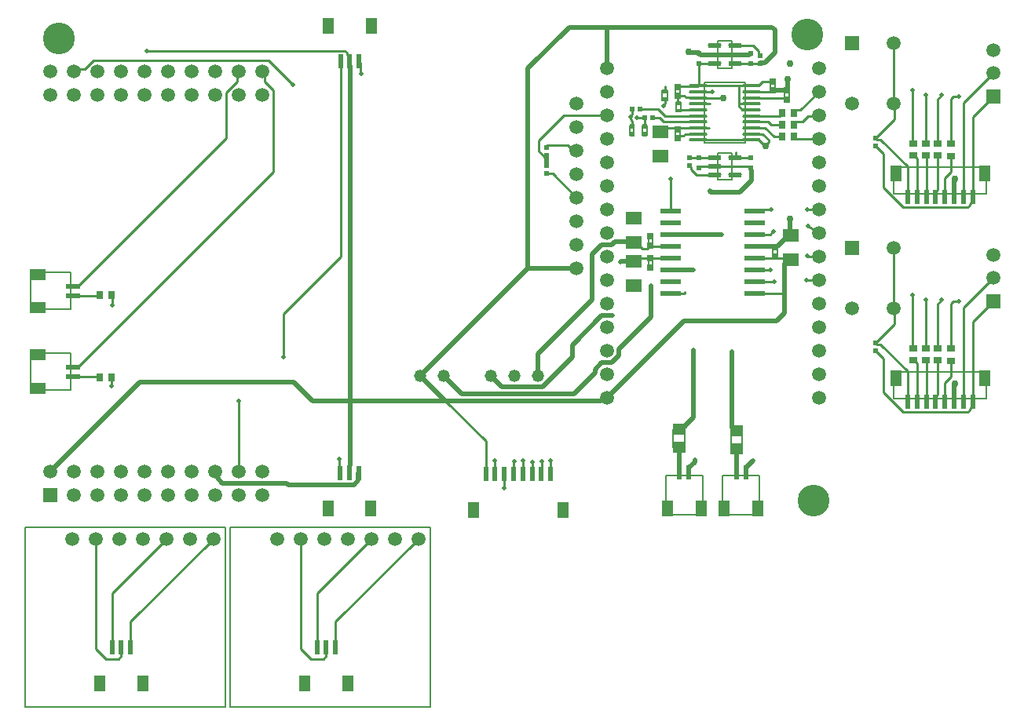
<source format=gtl>
G04*
G04 #@! TF.GenerationSoftware,Altium Limited,Altium Designer,24.2.2 (26)*
G04*
G04 Layer_Physical_Order=1*
G04 Layer_Color=255*
%FSLAX42Y42*%
%MOMM*%
G71*
G04*
G04 #@! TF.SameCoordinates,ABDA7C27-4DF7-4F6F-95E8-AD7B6B15C795*
G04*
G04*
G04 #@! TF.FilePolarity,Positive*
G04*
G01*
G75*
%ADD10R,1.20X1.80*%
%ADD11R,0.60X1.55*%
%ADD12C,0.25*%
%ADD13R,0.90X0.70*%
%ADD14R,0.55X0.60*%
%ADD15C,0.51*%
%ADD16R,1.80X1.20*%
%ADD17R,1.55X0.60*%
%ADD18R,0.70X0.90*%
%ADD19R,0.50X0.61*%
G04:AMPARAMS|DCode=20|XSize=1.96mm|YSize=0.42mm|CornerRadius=0.21mm|HoleSize=0mm|Usage=FLASHONLY|Rotation=0.000|XOffset=0mm|YOffset=0mm|HoleType=Round|Shape=RoundedRectangle|*
%AMROUNDEDRECTD20*
21,1,1.96,0.00,0,0,0.0*
21,1,1.53,0.42,0,0,0.0*
1,1,0.42,0.77,0.00*
1,1,0.42,-0.77,0.00*
1,1,0.42,-0.77,0.00*
1,1,0.42,0.77,0.00*
%
%ADD20ROUNDEDRECTD20*%
%ADD21R,1.96X0.42*%
G04:AMPARAMS|DCode=22|XSize=1.46mm|YSize=0.57mm|CornerRadius=0.28mm|HoleSize=0mm|Usage=FLASHONLY|Rotation=180.000|XOffset=0mm|YOffset=0mm|HoleType=Round|Shape=RoundedRectangle|*
%AMROUNDEDRECTD22*
21,1,1.46,0.00,0,0,180.0*
21,1,0.89,0.57,0,0,180.0*
1,1,0.57,-0.44,0.00*
1,1,0.57,0.44,0.00*
1,1,0.57,0.44,0.00*
1,1,0.57,-0.44,0.00*
%
%ADD22ROUNDEDRECTD22*%
%ADD23R,1.46X0.57*%
%ADD24R,0.60X0.55*%
%ADD25R,0.57X0.62*%
%ADD26R,0.67X0.72*%
%ADD27R,0.50X0.40*%
%ADD28R,1.80X1.40*%
%ADD29R,2.31X0.56*%
%ADD30R,1.46X1.26*%
%ADD31C,0.15*%
%ADD32C,0.20*%
%ADD33C,1.52*%
%ADD34C,1.50*%
%ADD35R,1.50X1.50*%
%ADD36C,0.51*%
%ADD37C,0.76*%
%ADD38C,3.43*%
%ADD39R,1.52X1.52*%
%ADD40C,1.52*%
%ADD41C,1.32*%
D10*
X1063Y1305D02*
D03*
X1523D02*
D03*
X3273D02*
D03*
X3733D02*
D03*
X9642Y4596D02*
D03*
X10602D02*
D03*
X9642Y6806D02*
D03*
X10602D02*
D03*
X6053Y3174D02*
D03*
X5093D02*
D03*
X3987Y8400D02*
D03*
X3527D02*
D03*
X3522Y3187D02*
D03*
X3982D02*
D03*
X8155Y3193D02*
D03*
X7795D02*
D03*
X7543Y3193D02*
D03*
X7183D02*
D03*
D11*
X1393Y1693D02*
D03*
X1293D02*
D03*
X1193D02*
D03*
X3603D02*
D03*
X3503D02*
D03*
X3403D02*
D03*
X10472Y4344D02*
D03*
X10372D02*
D03*
X10272D02*
D03*
X10172D02*
D03*
X10072D02*
D03*
X9972D02*
D03*
X9872D02*
D03*
X9772D02*
D03*
X10472Y6554D02*
D03*
X10372D02*
D03*
X10272D02*
D03*
X10172D02*
D03*
X10072D02*
D03*
X9972D02*
D03*
X9872D02*
D03*
X9772D02*
D03*
X5923Y3561D02*
D03*
X5823D02*
D03*
X5223D02*
D03*
X5323D02*
D03*
X5423D02*
D03*
X5523D02*
D03*
X5623D02*
D03*
X5723D02*
D03*
X3657Y8013D02*
D03*
X3757D02*
D03*
X3857D02*
D03*
X3852Y3575D02*
D03*
X3752D02*
D03*
X3652D02*
D03*
X8025Y3580D02*
D03*
X7925D02*
D03*
X7413Y3580D02*
D03*
X7313D02*
D03*
D12*
X1393Y1693D02*
Y1967D01*
X2288Y2863D01*
X1293Y1600D02*
Y1693D01*
X1260Y1567D02*
X1293Y1600D01*
X1128Y1567D02*
X1260D01*
X1018Y1677D02*
X1128Y1567D01*
X1018Y1677D02*
Y2863D01*
X1193Y1693D02*
Y2275D01*
X1780Y2863D01*
X3603Y1693D02*
Y1967D01*
X4498Y2863D01*
X3503Y1600D02*
Y1693D01*
X3470Y1567D02*
X3503Y1600D01*
X3338Y1567D02*
X3470D01*
X3228Y1677D02*
X3338Y1567D01*
X3228Y1677D02*
Y2863D01*
X3403Y1693D02*
Y2275D01*
X3990Y2863D01*
X9969Y4916D02*
Y5441D01*
X10135Y5436D02*
Y5443D01*
X10096Y4916D02*
Y5398D01*
X10135Y5436D01*
X9827Y4919D02*
X9830Y4916D01*
X9827Y4919D02*
Y5489D01*
X10320Y5423D02*
X10325Y5428D01*
X10236Y4915D02*
Y5397D01*
X10262Y5423D01*
X10320D01*
X9512Y4442D02*
X9726Y4228D01*
X9423Y4893D02*
X9512Y4804D01*
Y4442D02*
Y4804D01*
X10372Y4344D02*
Y5355D01*
X10693Y5677D01*
X10172Y4545D02*
X10236Y4609D01*
X10172Y4344D02*
Y4545D01*
X10236Y4609D02*
Y4785D01*
X10472Y4344D02*
Y5205D01*
Y4296D02*
Y4344D01*
Y5205D02*
X10693Y5427D01*
X10440Y4264D02*
X10472Y4296D01*
X10440Y4250D02*
Y4264D01*
X10418Y4228D02*
X10440Y4250D01*
X9726Y4228D02*
X10418D01*
X9438Y4962D02*
X9480D01*
X9772Y4670D01*
Y4344D02*
Y4670D01*
X10072Y4344D02*
Y4391D01*
X10096Y4416D02*
Y4786D01*
X10072Y4391D02*
X10096Y4416D01*
X9969Y4786D02*
X9972Y4784D01*
Y4344D02*
Y4784D01*
X9840Y4786D02*
X9872Y4754D01*
Y4344D02*
Y4754D01*
X9830Y4786D02*
X9840D01*
X9627Y5182D02*
Y5352D01*
X9623D02*
Y6002D01*
X9423Y4978D02*
X9627Y5182D01*
X9423Y4976D02*
Y4978D01*
Y4976D02*
X9438Y4962D01*
X9969Y7126D02*
Y7650D01*
X10135Y7646D02*
Y7653D01*
X10096Y7126D02*
Y7608D01*
X10135Y7646D01*
X9827Y7129D02*
X9830Y7126D01*
X9827Y7129D02*
Y7699D01*
X10320Y7633D02*
X10325Y7638D01*
X10236Y7125D02*
Y7607D01*
X10262Y7633D01*
X10320D01*
X9512Y6652D02*
X9726Y6438D01*
X9423Y7103D02*
X9512Y7014D01*
Y6652D02*
Y7014D01*
X10372Y6554D02*
Y7565D01*
X10693Y7887D01*
X10172Y6755D02*
X10236Y6819D01*
X10172Y6554D02*
Y6755D01*
X10236Y6819D02*
Y6995D01*
X10472Y6554D02*
Y7415D01*
Y6506D02*
Y6554D01*
Y7415D02*
X10693Y7637D01*
X10440Y6474D02*
X10472Y6506D01*
X10440Y6460D02*
Y6474D01*
X10418Y6438D02*
X10440Y6460D01*
X9726Y6438D02*
X10418D01*
X9438Y7171D02*
X9480D01*
X9772Y6880D01*
Y6554D02*
Y6880D01*
X10072Y6554D02*
Y6601D01*
X10096Y6626D02*
Y6996D01*
X10072Y6601D02*
X10096Y6626D01*
X9969Y6996D02*
X9972Y6994D01*
Y6554D02*
Y6994D01*
X9840Y6996D02*
X9872Y6964D01*
Y6554D02*
Y6964D01*
X9830Y6996D02*
X9840D01*
X9627Y7392D02*
Y7562D01*
X9623D02*
Y8212D01*
X9423Y7188D02*
X9627Y7392D01*
X9423Y7186D02*
Y7188D01*
Y7186D02*
X9438Y7171D01*
X8240Y7104D02*
Y7112D01*
X8272Y7145D02*
Y7166D01*
X8240Y7112D02*
X8272Y7145D01*
X8209Y7229D02*
X8272Y7166D01*
X8227Y7126D02*
X8240Y7113D01*
Y7104D02*
Y7113D01*
X8091Y7229D02*
X8209D01*
X8088Y7232D02*
X8091Y7229D01*
X8168Y7167D02*
X8218Y7117D01*
X7153Y7557D02*
Y7608D01*
X7140Y7544D02*
X7153Y7557D01*
X7140Y7537D02*
Y7544D01*
X7661Y7687D02*
X7661Y7686D01*
X7513Y7687D02*
X7661D01*
X7513Y7687D02*
X7513Y7687D01*
X7952Y7557D02*
Y7752D01*
Y7533D02*
Y7557D01*
X7953Y7557D01*
X8088D01*
X7952Y7533D02*
X7989Y7495D01*
X8085D02*
X8088Y7492D01*
X7989Y7495D02*
X8085D01*
X7952Y7752D02*
X8088D01*
X7515D02*
X7952D01*
X3874Y7898D02*
X3881Y7891D01*
Y7884D02*
Y7891D01*
X3874Y7898D02*
Y7995D01*
X8123Y6149D02*
X8294D01*
X8319Y6175D01*
X8326D01*
X8123Y5641D02*
X8124Y5640D01*
X8332D01*
X8334Y5639D01*
X8123Y5895D02*
X8489D01*
X8695Y6234D02*
X8814Y6162D01*
X8689Y6416D02*
X8814D01*
X8687Y6414D02*
X8689Y6416D01*
X8684Y5654D02*
X8814D01*
X8689Y5911D02*
X8811D01*
X8814Y5908D01*
X8687Y5913D02*
X8689Y5911D01*
X6856Y7407D02*
X6856Y7406D01*
X6937D02*
X6937Y7406D01*
X6885Y7498D02*
X7079D01*
X6856Y7406D02*
X6937D01*
X7079Y7498D02*
X7153Y7424D01*
X7341D01*
X6785Y7388D02*
X6798Y7374D01*
X6785Y7419D02*
X6792Y7412D01*
X6780Y7415D02*
X6785Y7410D01*
Y7388D02*
Y7410D01*
Y7419D02*
Y7427D01*
X6800Y7441D01*
X6798Y7318D02*
Y7374D01*
X6800Y7441D02*
Y7498D01*
X7364Y7643D02*
X7382Y7625D01*
X7292Y7643D02*
X7364D01*
X7382Y7625D02*
X7510D01*
X7513Y7622D01*
X7292Y7643D02*
X7296Y7639D01*
Y7566D02*
X7300Y7563D01*
X7296Y7566D02*
Y7639D01*
X8088Y7167D02*
X8168D01*
X7434Y6847D02*
X7493Y6788D01*
X7419Y6892D02*
X7434Y6877D01*
X7493Y6788D02*
X7688D01*
X7434Y6847D02*
Y6877D01*
X8133Y6414D02*
X8283D01*
X8123Y5514D02*
X8444D01*
X7777Y7622D02*
X7780Y7625D01*
X7513Y7622D02*
X7777D01*
X7643Y7557D02*
X7643Y7557D01*
X7513Y7557D02*
X7513Y7557D01*
X7639Y7557D02*
X7643D01*
X7513Y7557D02*
X7643D01*
X7914Y7993D02*
X8180D01*
X5792Y7052D02*
X5865Y6978D01*
X5792Y7159D02*
X6065Y7432D01*
X5792Y7052D02*
Y7159D01*
X5865Y6978D02*
X5875D01*
X8307Y7690D02*
X8318Y7701D01*
X7523Y6871D02*
X7536Y6883D01*
X7523Y6866D02*
Y6871D01*
X7536Y6883D02*
X7688D01*
X7292Y7187D02*
X7313Y7208D01*
X7292Y7186D02*
Y7187D01*
X7377Y7232D02*
X7513D01*
X7353Y7208D02*
X7377Y7232D01*
X7313Y7208D02*
X7353D01*
X5420Y3414D02*
Y3559D01*
X5418Y3411D02*
X5420Y3414D01*
Y3559D02*
X5423Y3561D01*
X3647Y3580D02*
Y3719D01*
Y3580D02*
X3652Y3575D01*
X3642Y3724D02*
X3647Y3719D01*
X3857Y8013D02*
X3874Y7995D01*
X2881Y8024D02*
X3142Y7762D01*
X992Y8024D02*
X2881D01*
X1570Y8128D02*
X1570Y8128D01*
X3702D01*
X3725Y8106D01*
Y8092D02*
Y8106D01*
Y8092D02*
X3757Y8060D01*
Y8013D02*
Y8060D01*
X2563Y3592D02*
Y4346D01*
X1186Y4508D02*
X1188Y4510D01*
Y4606D02*
X1189Y4608D01*
X1188Y4510D02*
Y4606D01*
X1194Y5392D02*
X1199Y5387D01*
X1189Y5489D02*
X1194Y5484D01*
Y5392D02*
Y5484D01*
X4788Y4348D02*
X5223Y3914D01*
Y3561D02*
Y3914D01*
X7150Y7297D02*
X7513D01*
X7000Y6022D02*
X7219D01*
X7000Y6028D02*
Y6030D01*
Y6022D02*
Y6028D01*
X6861Y5895D02*
X7219D01*
X5875Y7108D02*
X6111D01*
X7420Y6978D02*
X7523D01*
X7687D01*
X3043Y4826D02*
Y5291D01*
X3657Y5905D01*
Y8013D01*
X7913Y7992D02*
X7914Y7993D01*
X8180D02*
X8181Y7994D01*
X8489Y5895D02*
X8509Y5875D01*
X7104Y7251D02*
X7150Y7297D01*
X7513D02*
X7514Y7296D01*
X7634D01*
X7915Y7036D02*
X7917Y7033D01*
Y6981D02*
Y7033D01*
X7913Y6978D02*
X7917Y6981D01*
X7913Y6978D02*
X7913Y6978D01*
X8077D01*
X8077Y6977D01*
X6820Y6063D02*
X6840D01*
X6911Y5992D01*
X6962D01*
X6977Y6007D01*
X6979D01*
X7000Y6028D01*
X6820Y5855D02*
X6861Y5895D01*
X7513Y7167D02*
X8088D01*
X5943Y6803D02*
X6203Y6543D01*
X5875Y6803D02*
X5943D01*
X8088Y7687D02*
X8091Y7690D01*
X8307D01*
X8123Y5768D02*
X8128Y5763D01*
X8270D01*
X7366Y5514D02*
X7369Y5526D01*
X7219Y5514D02*
X7366D01*
X6797Y7317D02*
X6798Y7318D01*
X6934Y7317D02*
X6935Y7318D01*
Y7405D01*
X6937Y7406D01*
X7214Y6408D02*
Y6744D01*
Y6408D02*
X7219Y6403D01*
X8123D02*
X8133Y6414D01*
X6168Y7051D02*
X6203D01*
X6111Y7108D02*
X6168Y7051D01*
X785Y7910D02*
X806Y7931D01*
X899D01*
X992Y8024D01*
X5823Y3575D02*
X5824Y3576D01*
Y3695D01*
X5723Y3575D02*
X5723Y3575D01*
X5723Y3575D02*
Y3696D01*
X5623Y3575D02*
X5623Y3576D01*
Y3700D01*
X5523Y3575D02*
X5526Y3579D01*
Y3695D01*
X5923Y3575D02*
Y3701D01*
X7292Y7739D02*
X7300Y7746D01*
X7507D01*
X7513Y7752D01*
X7515D01*
X7523Y7760D01*
Y7993D01*
X8088Y7752D02*
X8165D01*
X8209Y7797D01*
X8318D01*
X7523Y7993D02*
X7524Y7993D01*
X7687D01*
X7688Y7992D01*
X8549Y7200D02*
Y7201D01*
Y7200D02*
X8571Y7178D01*
X8814D01*
X8549Y7328D02*
Y7338D01*
X8571Y7360D01*
X8639D01*
X8700Y7420D01*
X8802D01*
X8814Y7432D01*
X8549Y7455D02*
Y7465D01*
X8571Y7487D01*
X8615D01*
X8814Y7686D01*
X776Y4716D02*
X824D01*
X2931Y6824D01*
Y7703D01*
X2838Y7795D02*
X2931Y7703D01*
X2838Y7795D02*
Y7888D01*
X2817Y7910D02*
X2838Y7888D01*
X776Y5587D02*
X824D01*
X2423Y7186D01*
Y7677D01*
X2541Y7795D01*
Y7888D01*
X2563Y7910D01*
X7153Y7688D02*
X7154Y7690D01*
Y7748D01*
X7300Y7483D02*
X7305D01*
X7315Y7492D01*
X7513D01*
X7022Y7406D02*
X7099D01*
X7143Y7362D01*
X7513D01*
X7341Y7424D02*
X7343Y7427D01*
X7513D01*
X776Y4616D02*
X1050D01*
X1059Y4608D01*
X6065Y7432D02*
X6528D01*
X7687Y6978D02*
X7688Y6978D01*
X7419Y6977D02*
X7420Y6978D01*
X7688Y6883D02*
X8065D01*
X8088Y7622D02*
X8091Y7619D01*
X8452D01*
X8466Y7605D01*
X7913Y8182D02*
X8108D01*
X8167Y8123D01*
Y8094D02*
Y8123D01*
Y8094D02*
X8181Y8079D01*
X8088Y7297D02*
X8234D01*
X8331Y7201D01*
X8419D01*
X8088Y7362D02*
X8265D01*
X8300Y7328D01*
X8419D01*
X8088Y7427D02*
X8396D01*
X8419Y7449D01*
Y7455D01*
X5323Y3575D02*
X5323Y3576D01*
Y3705D01*
X776Y5487D02*
X1057D01*
X1059Y5489D01*
D13*
X9969Y4786D02*
D03*
Y4916D02*
D03*
X9830Y4786D02*
D03*
Y4916D02*
D03*
X10096Y4786D02*
D03*
Y4916D02*
D03*
X10236Y4785D02*
D03*
Y4915D02*
D03*
X9969Y6996D02*
D03*
Y7126D02*
D03*
X9830Y6996D02*
D03*
Y7126D02*
D03*
X10096Y6996D02*
D03*
Y7126D02*
D03*
X10236Y6995D02*
D03*
Y7125D02*
D03*
D14*
X9423Y4893D02*
D03*
Y4978D02*
D03*
Y7103D02*
D03*
Y7188D02*
D03*
X5875Y7086D02*
D03*
Y7001D02*
D03*
X8181Y8079D02*
D03*
Y7994D02*
D03*
X7419Y6892D02*
D03*
Y6977D02*
D03*
X5875Y6888D02*
D03*
Y6803D02*
D03*
D15*
X10272Y4344D02*
X10276Y4347D01*
Y4535D01*
X10279Y4539D01*
X10272Y6554D02*
X10276Y6557D01*
Y6745D01*
X10279Y6749D01*
X2309Y3592D02*
X2328Y3572D01*
Y3521D02*
Y3572D01*
Y3521D02*
X2385Y3464D01*
X3074D01*
X3847Y3570D02*
X3852Y3575D01*
X3092Y3447D02*
X3803D01*
X3847Y3491D02*
Y3570D01*
X3803Y3447D02*
X3847Y3491D01*
X3074Y3464D02*
X3092Y3447D01*
X8030Y3632D02*
X8101Y3703D01*
X8108D01*
X8025Y3580D02*
X8030Y3585D01*
Y3632D01*
X8444Y5514D02*
Y5830D01*
X8489Y5875D01*
X8509D01*
X6678Y5850D02*
X6683Y5855D01*
X6820D01*
X7652Y6605D02*
X7962D01*
X7638Y6619D02*
X7652Y6605D01*
X8085Y6728D02*
Y6839D01*
X7962Y6605D02*
X8085Y6728D01*
X8077Y6866D02*
X8078Y6866D01*
Y6846D02*
Y6866D01*
Y6846D02*
X8085Y6839D01*
X8444Y5299D02*
Y5514D01*
X8499Y6145D02*
Y6314D01*
Y6145D02*
X8509Y6135D01*
X8328Y6017D02*
X8331D01*
X8323Y6022D02*
X8328Y6017D01*
X8339Y6006D02*
Y6008D01*
X8331Y6017D02*
X8339Y6008D01*
X8123Y6022D02*
X8323D01*
X8371Y6017D02*
X8489Y6135D01*
X7523Y8104D02*
Y8108D01*
Y8099D02*
Y8104D01*
X7412Y8120D02*
X7419D01*
X7523Y8108D02*
X7523Y8108D01*
X7430Y8108D02*
X7523D01*
X7419Y8120D02*
X7430Y8108D01*
X7780Y7620D02*
X7785Y7615D01*
X7780Y7620D02*
Y7625D01*
X6530Y8382D02*
X8309D01*
X6121D02*
X6530D01*
X6528Y8379D02*
X6530Y8382D01*
X6528Y7940D02*
Y8379D01*
X5677Y5781D02*
Y7938D01*
X6121Y8382D01*
X8309D02*
X8339Y8352D01*
Y8107D02*
Y8352D01*
X8181Y7994D02*
Y7996D01*
X8183Y7998D01*
X8230D01*
X8339Y8107D01*
X8318Y7701D02*
X8319Y7701D01*
X8318Y7701D02*
X8318Y7701D01*
X8466Y7701D02*
X8466Y7701D01*
X8319Y7701D02*
X8466D01*
X8474Y7709D02*
Y7727D01*
X8479Y7732D01*
X8466Y7701D02*
X8474Y7709D01*
X8479Y7732D02*
Y7818D01*
X7358Y5215D02*
X8360D01*
X8444Y5299D01*
X6528Y4384D02*
X7358Y5215D01*
X6475Y4765D02*
X6580D01*
X6655Y4839D02*
Y4907D01*
X6580Y4765D02*
X6655Y4839D01*
X3759Y4354D02*
Y4712D01*
Y3654D02*
Y4354D01*
X4788Y4348D02*
X6465D01*
X3759Y4354D02*
X4788D01*
X3352D02*
X3759D01*
X531Y3592D02*
X1496Y4557D01*
X3148D02*
X3352Y4354D01*
X1496Y4557D02*
X3148D01*
X3756Y3580D02*
Y3651D01*
X3759Y3654D01*
Y4717D02*
Y7963D01*
X3752Y3575D02*
X3756Y3580D01*
X6465Y4348D02*
X6500Y4384D01*
X6528D01*
X5281Y4623D02*
X5397Y4506D01*
X4773Y4623D02*
X4966Y4430D01*
X5837Y4506D02*
X6156Y4825D01*
X6177Y4430D02*
X6401Y4653D01*
X5397Y4506D02*
X5837D01*
X4966Y4430D02*
X6177D01*
X4519Y4623D02*
X4788Y4354D01*
X4519Y4623D02*
X5677Y5781D01*
X6203D01*
X5789Y4623D02*
Y4854D01*
X6373Y5438D01*
Y5933D01*
X6475Y6035D01*
X6580D01*
X6611Y6066D01*
X6817D01*
X6820Y6063D01*
X6156Y4825D02*
Y4954D01*
X6475Y5273D01*
X6586D01*
X7475Y3690D02*
X7480Y3711D01*
X7413Y3628D02*
X7475Y3690D01*
X7413Y3580D02*
Y3628D01*
X7523Y8099D02*
X7536Y8087D01*
X7913D01*
X8065D01*
X8077Y8099D01*
Y8104D01*
X7325Y4041D02*
X7336D01*
X7373Y4078D01*
Y4089D01*
X7460Y4176D01*
Y4899D01*
Y5766D02*
X7463Y5768D01*
X7219D02*
X7463D01*
X7219Y6149D02*
X7770D01*
X7879Y4075D02*
Y4884D01*
Y4075D02*
X7880Y4075D01*
Y4065D02*
Y4075D01*
Y4065D02*
X7917Y4027D01*
X7927D01*
X7308Y3851D02*
X7313Y3845D01*
Y3580D02*
Y3845D01*
X7925Y3580D02*
X7926Y3581D01*
Y3831D01*
X7927Y3832D01*
X5875Y6888D02*
Y6978D01*
X6401Y4653D02*
Y4691D01*
X6475Y4765D01*
X6655Y4907D02*
X7005Y5258D01*
Y5591D01*
D16*
X389Y5357D02*
D03*
Y5717D02*
D03*
Y4486D02*
D03*
Y4846D02*
D03*
D17*
X776Y5487D02*
D03*
Y5587D02*
D03*
Y4616D02*
D03*
Y4716D02*
D03*
D18*
X1059Y5489D02*
D03*
X1189D02*
D03*
X1059Y4608D02*
D03*
X1189D02*
D03*
X8549Y7455D02*
D03*
X8419D02*
D03*
X8549Y7328D02*
D03*
X8419D02*
D03*
X8549Y7201D02*
D03*
X8419D02*
D03*
D19*
X8077Y6866D02*
D03*
Y6977D02*
D03*
Y8104D02*
D03*
Y7993D02*
D03*
X7523Y8104D02*
D03*
Y7993D02*
D03*
Y6866D02*
D03*
Y6977D02*
D03*
D20*
X8088Y7752D02*
D03*
Y7687D02*
D03*
Y7622D02*
D03*
Y7557D02*
D03*
Y7492D02*
D03*
Y7427D02*
D03*
Y7362D02*
D03*
Y7297D02*
D03*
Y7232D02*
D03*
Y7167D02*
D03*
X7513D02*
D03*
Y7232D02*
D03*
Y7297D02*
D03*
Y7362D02*
D03*
Y7427D02*
D03*
Y7492D02*
D03*
Y7557D02*
D03*
Y7622D02*
D03*
Y7687D02*
D03*
D21*
Y7752D02*
D03*
D22*
X7688Y7992D02*
D03*
Y8182D02*
D03*
X7913D02*
D03*
Y8087D02*
D03*
Y6978D02*
D03*
Y6788D02*
D03*
X7688D02*
D03*
Y6883D02*
D03*
D23*
X7913Y7992D02*
D03*
X7688Y6978D02*
D03*
D24*
X6885Y7498D02*
D03*
X6800D02*
D03*
X7022Y7406D02*
D03*
X6937D02*
D03*
D25*
X6797Y7317D02*
D03*
Y7231D02*
D03*
X6934D02*
D03*
Y7317D02*
D03*
D26*
X8466Y7605D02*
D03*
Y7701D02*
D03*
X7292Y7186D02*
D03*
Y7282D02*
D03*
X8318Y7797D02*
D03*
Y7701D02*
D03*
X7292Y7739D02*
D03*
Y7643D02*
D03*
X7000Y5887D02*
D03*
Y5792D02*
D03*
Y6126D02*
D03*
Y6030D02*
D03*
X8339Y6006D02*
D03*
Y5911D02*
D03*
D27*
X7300Y7563D02*
D03*
Y7483D02*
D03*
X7153Y7608D02*
D03*
Y7688D02*
D03*
D28*
X7104Y7251D02*
D03*
Y6991D02*
D03*
X8509Y5875D02*
D03*
Y6135D02*
D03*
X6820Y6063D02*
D03*
Y6323D02*
D03*
Y5595D02*
D03*
Y5855D02*
D03*
D29*
X8123Y5514D02*
D03*
X7219D02*
D03*
Y5641D02*
D03*
Y5768D02*
D03*
Y5895D02*
D03*
Y6022D02*
D03*
Y6149D02*
D03*
Y6276D02*
D03*
Y6403D02*
D03*
X8123D02*
D03*
Y6276D02*
D03*
Y6149D02*
D03*
Y6022D02*
D03*
Y5895D02*
D03*
Y5768D02*
D03*
Y5641D02*
D03*
D30*
X7927Y3832D02*
D03*
Y4027D02*
D03*
X7308Y3851D02*
D03*
Y4046D02*
D03*
D31*
X256Y2990D02*
X2415D01*
X256Y1047D02*
Y2990D01*
Y1047D02*
X2415D01*
Y2990D01*
X2466D02*
X4625D01*
X2466Y1047D02*
Y2990D01*
Y1047D02*
X4625D01*
Y2990D01*
D32*
X10622Y4376D02*
Y4666D01*
X9622D02*
X10622D01*
X9622Y4376D02*
Y4666D01*
Y4376D02*
X10622D01*
Y6586D02*
Y6876D01*
X9622D02*
X10622D01*
X9622Y6586D02*
Y6876D01*
Y6586D02*
X10622D01*
X319Y5737D02*
X744D01*
X319Y5337D02*
Y5737D01*
Y5337D02*
X744D01*
Y5737D01*
X319Y4866D02*
X744D01*
X319Y4466D02*
Y4866D01*
Y4466D02*
X744D01*
Y4866D01*
X7775Y3123D02*
Y3548D01*
Y3123D02*
X8175D01*
Y3548D01*
X7775D02*
X8175D01*
X7163Y3123D02*
Y3548D01*
Y3123D02*
X7563D01*
Y3548D01*
X7163D02*
X7563D01*
X7580Y7135D02*
Y7785D01*
Y7135D02*
X8020D01*
Y7785D01*
X7580D02*
X8020D01*
X7880Y7942D02*
Y8232D01*
X7720D02*
X7880D01*
X7720Y7942D02*
Y8232D01*
Y7942D02*
X7880D01*
X6772Y7224D02*
X6822D01*
Y7324D01*
X6772D02*
X6822D01*
X6772Y7224D02*
Y7324D01*
X6909D02*
X6959D01*
X6909Y7224D02*
Y7324D01*
Y7224D02*
X6959D01*
Y7324D01*
X8441Y7703D02*
X8491D01*
X8441Y7603D02*
Y7703D01*
Y7603D02*
X8491D01*
Y7703D01*
X7272Y7470D02*
X7327D01*
Y7575D01*
X7272D02*
X7327D01*
X7272Y7470D02*
Y7575D01*
X7267Y7284D02*
X7317D01*
X7267Y7184D02*
Y7284D01*
Y7184D02*
X7317D01*
Y7284D01*
X7125Y7701D02*
X7180D01*
X7125Y7596D02*
Y7701D01*
Y7596D02*
X7180D01*
Y7701D01*
X8294Y7699D02*
X8343D01*
Y7799D01*
X8294D02*
X8343D01*
X8294Y7699D02*
Y7799D01*
X7267Y7641D02*
X7317D01*
Y7741D01*
X7267D02*
X7317D01*
X7267Y7641D02*
Y7741D01*
X7720Y6738D02*
Y7028D01*
Y6738D02*
X7880D01*
Y7028D01*
X7720D02*
X7880D01*
X6975Y5789D02*
X7025D01*
Y5889D01*
X6975D02*
X7025D01*
X6975Y5789D02*
Y5889D01*
Y6028D02*
X7025D01*
Y6128D01*
X6975D02*
X7025D01*
X6975Y6028D02*
Y6128D01*
X8314Y5908D02*
X8364D01*
Y6008D01*
X8314D02*
X8364D01*
X8314Y5908D02*
Y6008D01*
X7865Y4029D02*
X7990D01*
X7865Y3829D02*
Y4029D01*
Y3829D02*
X7990D01*
Y4029D01*
X7245Y4048D02*
X7370D01*
X7245Y3848D02*
Y4048D01*
Y3848D02*
X7370D01*
Y4048D01*
D33*
X764Y2863D02*
D03*
X1018D02*
D03*
X1272D02*
D03*
X1526D02*
D03*
X1780D02*
D03*
X2034D02*
D03*
X2288D02*
D03*
X2974D02*
D03*
X3228D02*
D03*
X3482D02*
D03*
X3736D02*
D03*
X3990D02*
D03*
X4244D02*
D03*
X4498D02*
D03*
X8814Y7940D02*
D03*
Y7686D02*
D03*
Y7432D02*
D03*
Y7178D02*
D03*
Y6924D02*
D03*
Y6670D02*
D03*
Y6416D02*
D03*
Y6162D02*
D03*
Y5908D02*
D03*
Y5654D02*
D03*
Y5400D02*
D03*
Y5146D02*
D03*
Y4892D02*
D03*
Y4638D02*
D03*
Y4384D02*
D03*
X6528D02*
D03*
Y4638D02*
D03*
Y4892D02*
D03*
Y5146D02*
D03*
Y5400D02*
D03*
Y5654D02*
D03*
Y5908D02*
D03*
Y6162D02*
D03*
Y6416D02*
D03*
Y6670D02*
D03*
Y6924D02*
D03*
Y7178D02*
D03*
Y7432D02*
D03*
Y7686D02*
D03*
Y7940D02*
D03*
X6203Y7559D02*
D03*
Y7305D02*
D03*
Y7051D02*
D03*
Y6797D02*
D03*
Y6543D02*
D03*
Y6289D02*
D03*
Y6035D02*
D03*
Y5781D02*
D03*
D34*
X10693Y5927D02*
D03*
Y5677D02*
D03*
X9623Y6002D02*
D03*
Y5352D02*
D03*
X9173D02*
D03*
X10693Y8137D02*
D03*
Y7887D02*
D03*
X9623Y8212D02*
D03*
Y7562D02*
D03*
X9173D02*
D03*
D35*
X10693Y5427D02*
D03*
X9173Y6002D02*
D03*
X10693Y7637D02*
D03*
X9173Y8212D02*
D03*
D36*
X9969Y5441D02*
D03*
X10135Y5443D02*
D03*
X9827Y5489D02*
D03*
X10325Y5428D02*
D03*
X9969Y7650D02*
D03*
X10135Y7653D02*
D03*
X9827Y7699D02*
D03*
X10325Y7638D02*
D03*
X7140Y7537D02*
D03*
X7661Y7686D02*
D03*
X3881Y7884D02*
D03*
X8108Y3703D02*
D03*
X8326Y6175D02*
D03*
X8334Y5639D02*
D03*
X8695Y6234D02*
D03*
X8687Y6414D02*
D03*
X8684Y5654D02*
D03*
X8687Y5913D02*
D03*
X6678Y5850D02*
D03*
X6856Y7407D02*
D03*
X6780Y7415D02*
D03*
X8296Y6414D02*
D03*
X8291Y5763D02*
D03*
X5418Y3411D02*
D03*
X3642Y3724D02*
D03*
X1570Y8128D02*
D03*
X2563Y4346D02*
D03*
X1199Y5387D02*
D03*
X1186Y4508D02*
D03*
X5323Y3705D02*
D03*
X5530Y3698D02*
D03*
X5626Y3703D02*
D03*
X5725Y3693D02*
D03*
X5824Y3695D02*
D03*
X5923Y3703D02*
D03*
X3043Y4826D02*
D03*
X6586Y5273D02*
D03*
X7480Y3711D02*
D03*
X7214Y6744D02*
D03*
X7460Y4899D02*
D03*
X7770Y6149D02*
D03*
X7879Y4884D02*
D03*
X3142Y7762D02*
D03*
D37*
X10279Y4539D02*
D03*
Y6749D02*
D03*
X8240Y7104D02*
D03*
X8499Y6314D02*
D03*
X7412Y8120D02*
D03*
X7785Y7615D02*
D03*
X8479Y7818D02*
D03*
X8504Y7991D02*
D03*
D38*
X617Y8265D02*
D03*
X8687Y8308D02*
D03*
X8758Y3272D02*
D03*
D39*
X531Y3338D02*
D03*
D40*
X785D02*
D03*
X1039D02*
D03*
X1293D02*
D03*
X1547D02*
D03*
X1801D02*
D03*
X2055D02*
D03*
X2309D02*
D03*
X2563D02*
D03*
X2817D02*
D03*
X531Y7910D02*
D03*
Y3592D02*
D03*
Y7656D02*
D03*
X785Y7910D02*
D03*
Y3592D02*
D03*
Y7656D02*
D03*
X1039Y7910D02*
D03*
Y3592D02*
D03*
Y7656D02*
D03*
X1293Y7910D02*
D03*
Y3592D02*
D03*
Y7656D02*
D03*
X1547Y7910D02*
D03*
Y3592D02*
D03*
Y7656D02*
D03*
X1801Y7910D02*
D03*
Y3592D02*
D03*
Y7656D02*
D03*
X2055Y7910D02*
D03*
Y3592D02*
D03*
Y7656D02*
D03*
X2309Y7910D02*
D03*
Y3592D02*
D03*
Y7656D02*
D03*
X2563Y7910D02*
D03*
Y3592D02*
D03*
Y7656D02*
D03*
X2817Y7910D02*
D03*
Y3592D02*
D03*
Y7656D02*
D03*
D41*
X5535Y4623D02*
D03*
X5789D02*
D03*
X5281D02*
D03*
X4773D02*
D03*
X4519D02*
D03*
M02*

</source>
